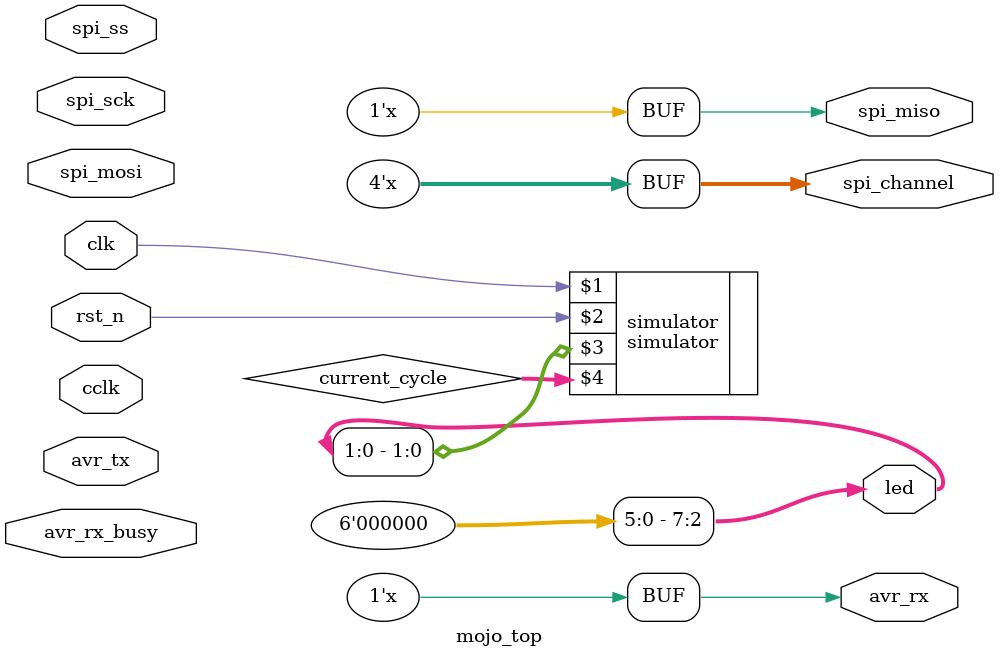
<source format=v>
module mojo_top(
    // 50MHz clock input
    input clk,
    // Input from reset button (active low)
    input rst_n,
    // cclk input from AVR, high when AVR is ready
    input cclk,
    // Outputs to the 8 onboard LEDs
    output[7:0]led,
    // AVR SPI connections
    output spi_miso,
    input spi_ss,
    input spi_mosi,
    input spi_sck,
    // AVR ADC channel select
    output [3:0] spi_channel,
    // Serial connections
    input avr_tx, // AVR Tx => FPGA Rx
    output avr_rx, // AVR Rx => FPGA Tx
    input avr_rx_busy // AVR Rx buffer full
    );

wire rst = ~rst_n; // make reset active high

// these signals should be high-z when not used
assign spi_miso = 1'bz;
assign avr_rx = 1'bz;
assign spi_channel = 4'bzzzz;

assign led[7:2] = 6'b0;

// instantiate the simulator

parameter MAX_CYCLE_WIDTH = 32;

wire [MAX_CYCLE_WIDTH-1:0] current_cycle;

simulator #(MAX_CYCLE_WIDTH) simulator(clk, rst_n, led[1:0], current_cycle);

endmodule
</source>
